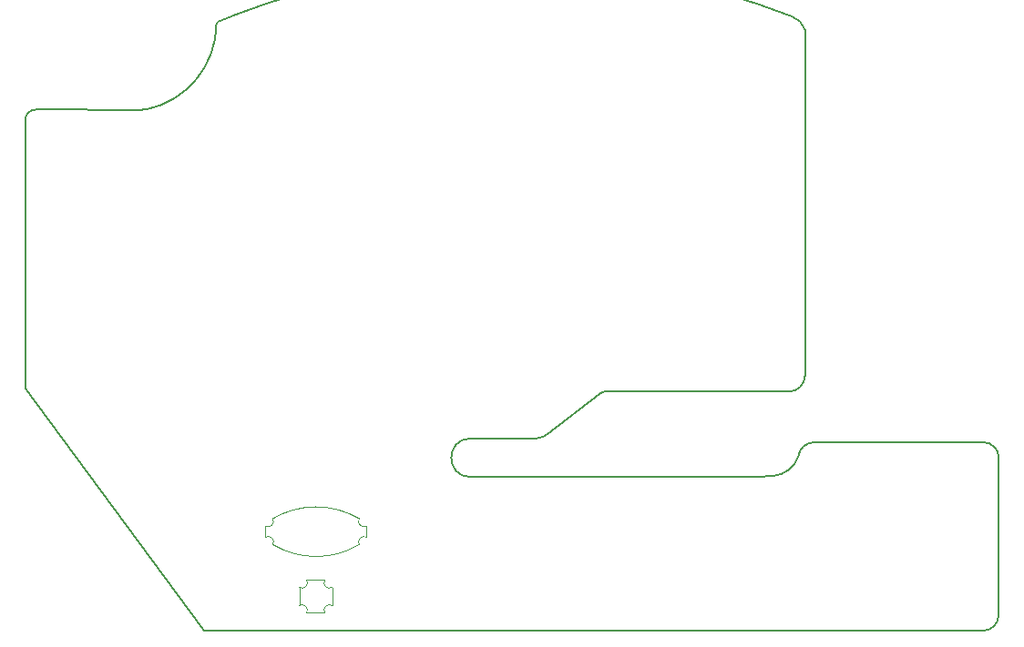
<source format=gbr>
%TF.GenerationSoftware,KiCad,Pcbnew,8.0.2*%
%TF.CreationDate,2024-07-03T21:28:43-05:00*%
%TF.ProjectId,bonsai-pg1232-Xiao-r3-rounded,626f6e73-6169-42d7-9067-313233322d58,v1*%
%TF.SameCoordinates,Original*%
%TF.FileFunction,Profile,NP*%
%FSLAX46Y46*%
G04 Gerber Fmt 4.6, Leading zero omitted, Abs format (unit mm)*
G04 Created by KiCad (PCBNEW 8.0.2) date 2024-07-03 21:28:43*
%MOMM*%
%LPD*%
G01*
G04 APERTURE LIST*
%TA.AperFunction,Profile*%
%ADD10C,0.150000*%
%TD*%
%TA.AperFunction,Profile*%
%ADD11C,0.120000*%
%TD*%
%TA.AperFunction,Profile*%
%ADD12C,0.050000*%
%TD*%
G04 APERTURE END LIST*
D10*
X54966400Y-61389000D02*
G75*
G02*
X54966400Y-57789000I0J1800000D01*
G01*
X102583601Y-58133601D02*
G75*
G02*
X104049999Y-59600000I-1J-1466399D01*
G01*
X31341848Y-19159238D02*
G75*
G02*
X24750000Y-27200000I-8199998J-2D01*
G01*
X86029499Y-51963099D02*
G75*
G02*
X84563099Y-53429499I-1466399J-1D01*
G01*
X62150000Y-57400000D02*
X61700000Y-57650000D01*
X84853758Y-18540358D02*
G75*
G02*
X86029139Y-19756374I-603758J-1759642D01*
G01*
X61050000Y-57789000D02*
X54966400Y-57789000D01*
X81566400Y-61389000D02*
X54966400Y-61389000D01*
X31341848Y-19159238D02*
X31450000Y-19050000D01*
X104050000Y-59600000D02*
X104029499Y-74213099D01*
X61700000Y-57650000D02*
X61050000Y-57789000D01*
X31450000Y-19050000D02*
X32750000Y-18500000D01*
X24174552Y-27229762D02*
X24750000Y-27200000D01*
X84563099Y-53429499D02*
X67565721Y-53437650D01*
X13566400Y-28189000D02*
G75*
G02*
X14566400Y-27189000I1000000J0D01*
G01*
X32750000Y-18500000D02*
G75*
G02*
X84853758Y-18540357I26000000J-67000000D01*
G01*
X13566400Y-53189000D02*
X13566400Y-28189000D01*
X104029499Y-74213099D02*
G75*
G02*
X102563099Y-75679499I-1466399J-1D01*
G01*
X67565721Y-53437650D02*
X67200000Y-53494083D01*
X66900000Y-53650000D02*
X62150000Y-57400000D01*
X102563099Y-75679499D02*
X30166400Y-75689000D01*
X85412179Y-59473559D02*
G75*
G02*
X86850086Y-58152585I1487821J-176441D01*
G01*
X85412178Y-59473559D02*
G75*
G02*
X83067799Y-61281507I-2551478J884559D01*
G01*
X87150000Y-58133601D02*
X102583601Y-58133601D01*
X86029139Y-19756374D02*
X86029499Y-51963099D01*
X67200000Y-53494083D02*
X66900000Y-53650000D01*
X86850086Y-58152585D02*
X87150000Y-58133601D01*
X81566400Y-61389000D02*
X83067799Y-61281508D01*
X13566400Y-53189000D02*
X30166400Y-75689000D01*
X14566400Y-27189000D02*
X24174552Y-27229762D01*
D11*
%TO.C,U?*%
X35897440Y-66983200D02*
X35897440Y-65941800D01*
X45295440Y-65941800D02*
X45295440Y-66983200D01*
X35897440Y-66983200D02*
G75*
G02*
X36583240Y-67669000I247750J-438050D01*
G01*
X36583240Y-65256000D02*
G75*
G02*
X35897440Y-65941800I-438050J-247750D01*
G01*
D12*
X36583241Y-65256001D02*
G75*
G02*
X44609639Y-65256001I4013199J-6769293D01*
G01*
X44609640Y-67669000D02*
G75*
G02*
X36583240Y-67669000I-4013200J6726002D01*
G01*
D11*
X44609640Y-67669000D02*
G75*
G02*
X45295440Y-66983200I438047J247753D01*
G01*
X45295440Y-65941800D02*
G75*
G02*
X44609640Y-65256000I-247753J438047D01*
G01*
X39042400Y-73329200D02*
X39042400Y-71652800D01*
X41404600Y-70967000D02*
X39728200Y-70967000D01*
X41404600Y-74015000D02*
X39728200Y-74015000D01*
X42090400Y-73329200D02*
X42090400Y-71652800D01*
X39042400Y-73329200D02*
G75*
G02*
X39728200Y-74015000I247753J-438047D01*
G01*
X39728200Y-70967000D02*
G75*
G02*
X39042400Y-71652800I-438047J-247753D01*
G01*
X41404600Y-74015000D02*
G75*
G02*
X42090400Y-73329200I438050J247750D01*
G01*
X42090400Y-71652800D02*
G75*
G02*
X41404600Y-70967000I-247750J438050D01*
G01*
%TD*%
M02*

</source>
